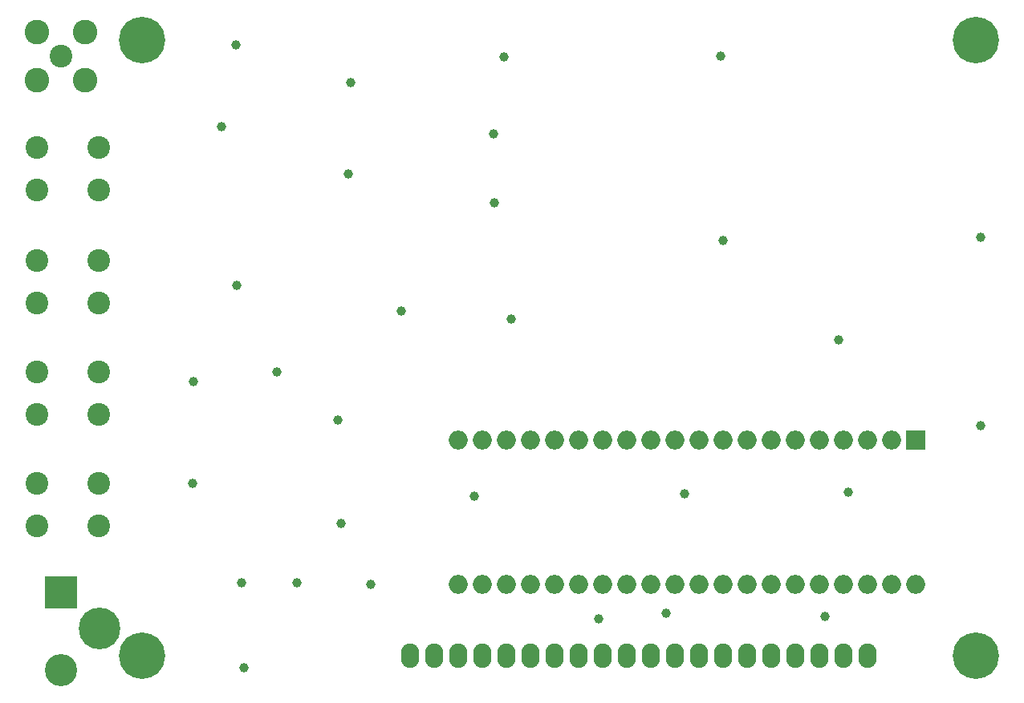
<source format=gbr>
G04 #@! TF.FileFunction,Soldermask,Bot*
%FSLAX46Y46*%
G04 Gerber Fmt 4.6, Leading zero omitted, Abs format (unit mm)*
G04 Created by KiCad (PCBNEW 4.0.7) date 09/10/18 20:42:41*
%MOMM*%
%LPD*%
G01*
G04 APERTURE LIST*
%ADD10C,0.100000*%
%ADD11O,1.900000X2.600000*%
%ADD12C,4.900000*%
%ADD13C,1.000000*%
%ADD14C,2.600000*%
%ADD15C,2.400000*%
%ADD16R,2.000000X2.000000*%
%ADD17O,2.000000X2.000000*%
%ADD18C,3.400000*%
%ADD19R,3.400000X3.400000*%
%ADD20C,4.400000*%
G04 APERTURE END LIST*
D10*
D11*
X180367940Y-131864100D03*
X177827940Y-131864100D03*
X175287940Y-131864100D03*
X172747940Y-131864100D03*
X170207940Y-131864100D03*
X167667940Y-131864100D03*
X165127940Y-131864100D03*
X162587940Y-131864100D03*
X160047940Y-131864100D03*
X157507940Y-131864100D03*
X154967940Y-131864100D03*
X152427940Y-131864100D03*
X149887940Y-131864100D03*
X147347940Y-131864100D03*
X144807940Y-131864100D03*
X142267940Y-131864100D03*
X139727940Y-131864100D03*
X137187940Y-131864100D03*
X134647940Y-131864100D03*
X132107940Y-131864100D03*
D12*
X191828420Y-66865500D03*
X103827580Y-66865500D03*
X103827580Y-131864100D03*
X191828420Y-131864100D03*
D11*
X132107940Y-131864100D03*
X134647940Y-131864100D03*
X137187940Y-131864100D03*
X139727940Y-131864100D03*
X142267940Y-131864100D03*
X144807940Y-131864100D03*
X147347940Y-131864100D03*
X149887940Y-131864100D03*
X152427940Y-131864100D03*
X154967940Y-131864100D03*
X157507940Y-131864100D03*
X160047940Y-131864100D03*
X162587940Y-131864100D03*
X165127940Y-131864100D03*
X167667940Y-131864100D03*
X170207940Y-131864100D03*
X172747940Y-131864100D03*
X175287940Y-131864100D03*
X177827940Y-131864100D03*
X180367940Y-131864100D03*
D13*
X178358800Y-114655600D03*
X124815600Y-117906800D03*
X127965200Y-124358400D03*
X138836400Y-115011200D03*
X114554000Y-133146800D03*
X177342800Y-98501200D03*
X192328800Y-107594400D03*
X192328800Y-87731600D03*
X164896800Y-68529200D03*
X165100000Y-88036400D03*
X118008400Y-101955600D03*
X142748000Y-96367600D03*
X142036800Y-68630800D03*
X125831600Y-71374000D03*
X113741200Y-67411600D03*
X140970000Y-84023200D03*
X140868400Y-76758800D03*
X125577600Y-80975200D03*
X112166400Y-75996800D03*
X113842800Y-92811600D03*
X131165600Y-95504000D03*
X161036000Y-114808000D03*
X159105600Y-127406400D03*
X109220000Y-102971600D03*
X124510800Y-107035600D03*
X109169200Y-113690400D03*
X114300000Y-124155200D03*
X120192800Y-124206000D03*
X151993600Y-127965200D03*
D14*
X92710000Y-66040000D03*
X92710000Y-71120000D03*
X97790000Y-71120000D03*
X97790000Y-66040000D03*
D15*
X95250000Y-68580000D03*
X99263200Y-82681200D03*
X99263200Y-78181200D03*
X92763200Y-82681200D03*
X92763200Y-78181200D03*
X99263200Y-94619200D03*
X99263200Y-90119200D03*
X92763200Y-94619200D03*
X92763200Y-90119200D03*
X99263200Y-106404800D03*
X99263200Y-101904800D03*
X92763200Y-106404800D03*
X92763200Y-101904800D03*
X99263200Y-118190400D03*
X99263200Y-113690400D03*
X92763200Y-118190400D03*
X92763200Y-113690400D03*
D16*
X185420000Y-109118400D03*
D17*
X137160000Y-124358400D03*
X182880000Y-109118400D03*
X139700000Y-124358400D03*
X180340000Y-109118400D03*
X142240000Y-124358400D03*
X177800000Y-109118400D03*
X144780000Y-124358400D03*
X175260000Y-109118400D03*
X147320000Y-124358400D03*
X172720000Y-109118400D03*
X149860000Y-124358400D03*
X170180000Y-109118400D03*
X152400000Y-124358400D03*
X167640000Y-109118400D03*
X154940000Y-124358400D03*
X165100000Y-109118400D03*
X157480000Y-124358400D03*
X162560000Y-109118400D03*
X160020000Y-124358400D03*
X160020000Y-109118400D03*
X162560000Y-124358400D03*
X157480000Y-109118400D03*
X165100000Y-124358400D03*
X154940000Y-109118400D03*
X167640000Y-124358400D03*
X152400000Y-109118400D03*
X170180000Y-124358400D03*
X149860000Y-109118400D03*
X172720000Y-124358400D03*
X147320000Y-109118400D03*
X175260000Y-124358400D03*
X144780000Y-109118400D03*
X177800000Y-124358400D03*
X142240000Y-109118400D03*
X180340000Y-124358400D03*
X139700000Y-109118400D03*
X182880000Y-124358400D03*
X137160000Y-109118400D03*
X185420000Y-124358400D03*
D18*
X95250000Y-133429000D03*
D19*
X95250000Y-125222000D03*
D20*
X99314000Y-129032000D03*
D13*
X175869600Y-127711200D03*
M02*

</source>
